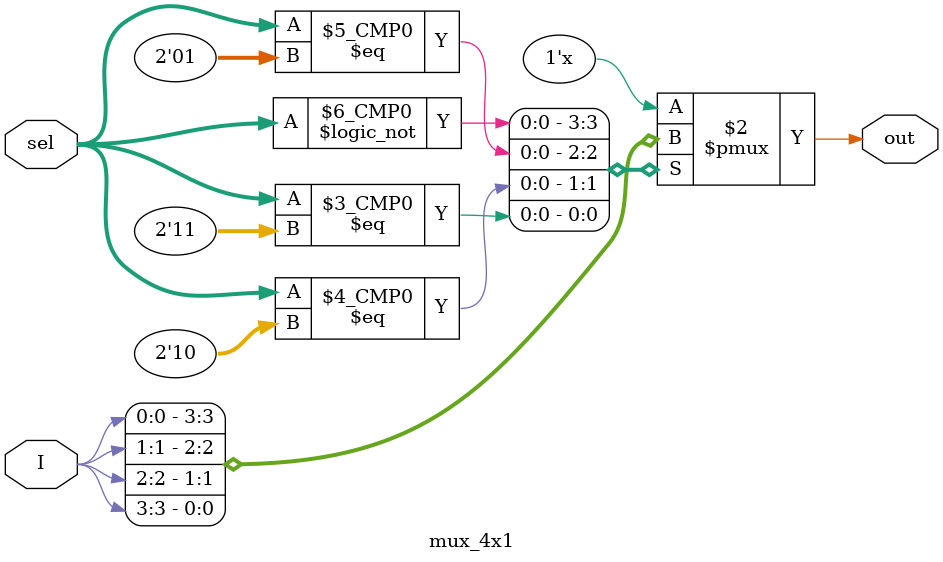
<source format=v>
module mux_4x1 (I,sel,out);
    input [3:0] I;
    input [1:0] sel;
    output reg out;
    always @(*) begin
        case (sel)
            2'b00: out = I[0];
            2'b01: out = I[1];
            2'b10: out = I[2];
            2'b11: out = I[3];
        endcase
    end
endmodule


//module mux_4x1(I,sel,out);
//input [3:0]I;
//input [1:0]sel;
//output out;
//assign out = I[sel];
//endmodule

</source>
